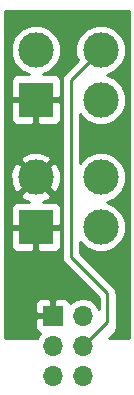
<source format=gbr>
G04 #@! TF.FileFunction,Copper,L2,Bot,Signal*
%FSLAX46Y46*%
G04 Gerber Fmt 4.6, Leading zero omitted, Abs format (unit mm)*
G04 Created by KiCad (PCBNEW 4.0.7) date Wed Jun  6 22:54:43 2018*
%MOMM*%
%LPD*%
G01*
G04 APERTURE LIST*
%ADD10C,0.100000*%
%ADD11R,3.000000X3.000000*%
%ADD12C,3.000000*%
%ADD13R,1.700000X1.700000*%
%ADD14O,1.700000X1.700000*%
%ADD15C,0.250000*%
%ADD16C,0.254000*%
G04 APERTURE END LIST*
D10*
D11*
X146900000Y-86360000D03*
D12*
X146900000Y-82160000D03*
X152400000Y-86360000D03*
X152400000Y-82160000D03*
D11*
X146900000Y-97155000D03*
D12*
X146900000Y-92955000D03*
X152400000Y-97155000D03*
X152400000Y-92955000D03*
D13*
X148336000Y-104648000D03*
D14*
X150876000Y-104648000D03*
X148336000Y-107188000D03*
X150876000Y-107188000D03*
X148336000Y-109728000D03*
X150876000Y-109728000D03*
D15*
X152908000Y-102743000D02*
X149860000Y-99695000D01*
X152908000Y-105156000D02*
X152908000Y-102743000D01*
X150876000Y-107188000D02*
X152908000Y-105156000D01*
X149860000Y-99695000D02*
X149860000Y-84700000D01*
X149860000Y-84700000D02*
X152400000Y-82160000D01*
D16*
G36*
X154813000Y-106553000D02*
X153106502Y-106553000D01*
X153572401Y-106087101D01*
X153737148Y-105840540D01*
X153765490Y-105698054D01*
X153795000Y-105549700D01*
X153795000Y-102870000D01*
X153737148Y-102579161D01*
X153572401Y-102332599D01*
X150620000Y-99380198D01*
X150620000Y-98393874D01*
X151189041Y-98963909D01*
X151973459Y-99289628D01*
X152822815Y-99290370D01*
X153607800Y-98966020D01*
X154208909Y-98365959D01*
X154534628Y-97581541D01*
X154535370Y-96732185D01*
X154211020Y-95947200D01*
X153610959Y-95346091D01*
X152909177Y-95054686D01*
X153607800Y-94766020D01*
X154208909Y-94165959D01*
X154534628Y-93381541D01*
X154535370Y-92532185D01*
X154211020Y-91747200D01*
X153610959Y-91146091D01*
X152826541Y-90820372D01*
X151977185Y-90819630D01*
X151192200Y-91143980D01*
X150620000Y-91715182D01*
X150620000Y-87598874D01*
X151189041Y-88168909D01*
X151973459Y-88494628D01*
X152822815Y-88495370D01*
X153607800Y-88171020D01*
X154208909Y-87570959D01*
X154534628Y-86786541D01*
X154535370Y-85937185D01*
X154211020Y-85152200D01*
X153610959Y-84551091D01*
X152909177Y-84259686D01*
X153607800Y-83971020D01*
X154208909Y-83370959D01*
X154534628Y-82586541D01*
X154535370Y-81737185D01*
X154211020Y-80952200D01*
X153610959Y-80351091D01*
X152826541Y-80025372D01*
X151977185Y-80024630D01*
X151192200Y-80348980D01*
X150591091Y-80949041D01*
X150265372Y-81733459D01*
X150264630Y-82582815D01*
X150451098Y-83034100D01*
X149322599Y-84162599D01*
X149157852Y-84409161D01*
X149100000Y-84700000D01*
X149100000Y-99695000D01*
X149157852Y-99985839D01*
X149322599Y-100232401D01*
X152275000Y-103184802D01*
X152275000Y-104076641D01*
X151955147Y-103597946D01*
X151473378Y-103276039D01*
X150905093Y-103163000D01*
X150846907Y-103163000D01*
X150278622Y-103276039D01*
X149796853Y-103597946D01*
X149792903Y-103603858D01*
X149724327Y-103438301D01*
X149545698Y-103259673D01*
X149312309Y-103163000D01*
X148621750Y-103163000D01*
X148463000Y-103321750D01*
X148463000Y-104521000D01*
X148483000Y-104521000D01*
X148483000Y-104775000D01*
X148463000Y-104775000D01*
X148463000Y-104795000D01*
X148209000Y-104795000D01*
X148209000Y-104775000D01*
X147009750Y-104775000D01*
X146851000Y-104933750D01*
X146851000Y-105624310D01*
X146947673Y-105857699D01*
X147126302Y-106036327D01*
X147300777Y-106108597D01*
X147256853Y-106137946D01*
X146979523Y-106553000D01*
X144272000Y-106553000D01*
X144272000Y-103671690D01*
X146851000Y-103671690D01*
X146851000Y-104362250D01*
X147009750Y-104521000D01*
X148209000Y-104521000D01*
X148209000Y-103321750D01*
X148050250Y-103163000D01*
X147359691Y-103163000D01*
X147126302Y-103259673D01*
X146947673Y-103438301D01*
X146851000Y-103671690D01*
X144272000Y-103671690D01*
X144272000Y-97440750D01*
X144765000Y-97440750D01*
X144765000Y-98781309D01*
X144861673Y-99014698D01*
X145040301Y-99193327D01*
X145273690Y-99290000D01*
X146614250Y-99290000D01*
X146773000Y-99131250D01*
X146773000Y-97282000D01*
X147027000Y-97282000D01*
X147027000Y-99131250D01*
X147185750Y-99290000D01*
X148526310Y-99290000D01*
X148759699Y-99193327D01*
X148938327Y-99014698D01*
X149035000Y-98781309D01*
X149035000Y-97440750D01*
X148876250Y-97282000D01*
X147027000Y-97282000D01*
X146773000Y-97282000D01*
X144923750Y-97282000D01*
X144765000Y-97440750D01*
X144272000Y-97440750D01*
X144272000Y-95528691D01*
X144765000Y-95528691D01*
X144765000Y-96869250D01*
X144923750Y-97028000D01*
X146773000Y-97028000D01*
X146773000Y-97008000D01*
X147027000Y-97008000D01*
X147027000Y-97028000D01*
X148876250Y-97028000D01*
X149035000Y-96869250D01*
X149035000Y-95528691D01*
X148938327Y-95295302D01*
X148759699Y-95116673D01*
X148526310Y-95020000D01*
X147513854Y-95020000D01*
X148074582Y-94787739D01*
X148234365Y-94468970D01*
X146900000Y-93134605D01*
X145565635Y-94468970D01*
X145725418Y-94787739D01*
X146317916Y-95020000D01*
X145273690Y-95020000D01*
X145040301Y-95116673D01*
X144861673Y-95295302D01*
X144765000Y-95528691D01*
X144272000Y-95528691D01*
X144272000Y-92571187D01*
X144757277Y-92571187D01*
X144773503Y-93420387D01*
X145067261Y-94129582D01*
X145386030Y-94289365D01*
X146720395Y-92955000D01*
X147079605Y-92955000D01*
X148413970Y-94289365D01*
X148732739Y-94129582D01*
X149042723Y-93338813D01*
X149026497Y-92489613D01*
X148732739Y-91780418D01*
X148413970Y-91620635D01*
X147079605Y-92955000D01*
X146720395Y-92955000D01*
X145386030Y-91620635D01*
X145067261Y-91780418D01*
X144757277Y-92571187D01*
X144272000Y-92571187D01*
X144272000Y-91441030D01*
X145565635Y-91441030D01*
X146900000Y-92775395D01*
X148234365Y-91441030D01*
X148074582Y-91122261D01*
X147283813Y-90812277D01*
X146434613Y-90828503D01*
X145725418Y-91122261D01*
X145565635Y-91441030D01*
X144272000Y-91441030D01*
X144272000Y-86645750D01*
X144765000Y-86645750D01*
X144765000Y-87986309D01*
X144861673Y-88219698D01*
X145040301Y-88398327D01*
X145273690Y-88495000D01*
X146614250Y-88495000D01*
X146773000Y-88336250D01*
X146773000Y-86487000D01*
X147027000Y-86487000D01*
X147027000Y-88336250D01*
X147185750Y-88495000D01*
X148526310Y-88495000D01*
X148759699Y-88398327D01*
X148938327Y-88219698D01*
X149035000Y-87986309D01*
X149035000Y-86645750D01*
X148876250Y-86487000D01*
X147027000Y-86487000D01*
X146773000Y-86487000D01*
X144923750Y-86487000D01*
X144765000Y-86645750D01*
X144272000Y-86645750D01*
X144272000Y-82582815D01*
X144764630Y-82582815D01*
X145088980Y-83367800D01*
X145689041Y-83968909D01*
X146305776Y-84225000D01*
X145273690Y-84225000D01*
X145040301Y-84321673D01*
X144861673Y-84500302D01*
X144765000Y-84733691D01*
X144765000Y-86074250D01*
X144923750Y-86233000D01*
X146773000Y-86233000D01*
X146773000Y-86213000D01*
X147027000Y-86213000D01*
X147027000Y-86233000D01*
X148876250Y-86233000D01*
X149035000Y-86074250D01*
X149035000Y-84733691D01*
X148938327Y-84500302D01*
X148759699Y-84321673D01*
X148526310Y-84225000D01*
X147493123Y-84225000D01*
X148107800Y-83971020D01*
X148708909Y-83370959D01*
X149034628Y-82586541D01*
X149035370Y-81737185D01*
X148711020Y-80952200D01*
X148110959Y-80351091D01*
X147326541Y-80025372D01*
X146477185Y-80024630D01*
X145692200Y-80348980D01*
X145091091Y-80949041D01*
X144765372Y-81733459D01*
X144764630Y-82582815D01*
X144272000Y-82582815D01*
X144272000Y-78867000D01*
X154813000Y-78867000D01*
X154813000Y-106553000D01*
X154813000Y-106553000D01*
G37*
X154813000Y-106553000D02*
X153106502Y-106553000D01*
X153572401Y-106087101D01*
X153737148Y-105840540D01*
X153765490Y-105698054D01*
X153795000Y-105549700D01*
X153795000Y-102870000D01*
X153737148Y-102579161D01*
X153572401Y-102332599D01*
X150620000Y-99380198D01*
X150620000Y-98393874D01*
X151189041Y-98963909D01*
X151973459Y-99289628D01*
X152822815Y-99290370D01*
X153607800Y-98966020D01*
X154208909Y-98365959D01*
X154534628Y-97581541D01*
X154535370Y-96732185D01*
X154211020Y-95947200D01*
X153610959Y-95346091D01*
X152909177Y-95054686D01*
X153607800Y-94766020D01*
X154208909Y-94165959D01*
X154534628Y-93381541D01*
X154535370Y-92532185D01*
X154211020Y-91747200D01*
X153610959Y-91146091D01*
X152826541Y-90820372D01*
X151977185Y-90819630D01*
X151192200Y-91143980D01*
X150620000Y-91715182D01*
X150620000Y-87598874D01*
X151189041Y-88168909D01*
X151973459Y-88494628D01*
X152822815Y-88495370D01*
X153607800Y-88171020D01*
X154208909Y-87570959D01*
X154534628Y-86786541D01*
X154535370Y-85937185D01*
X154211020Y-85152200D01*
X153610959Y-84551091D01*
X152909177Y-84259686D01*
X153607800Y-83971020D01*
X154208909Y-83370959D01*
X154534628Y-82586541D01*
X154535370Y-81737185D01*
X154211020Y-80952200D01*
X153610959Y-80351091D01*
X152826541Y-80025372D01*
X151977185Y-80024630D01*
X151192200Y-80348980D01*
X150591091Y-80949041D01*
X150265372Y-81733459D01*
X150264630Y-82582815D01*
X150451098Y-83034100D01*
X149322599Y-84162599D01*
X149157852Y-84409161D01*
X149100000Y-84700000D01*
X149100000Y-99695000D01*
X149157852Y-99985839D01*
X149322599Y-100232401D01*
X152275000Y-103184802D01*
X152275000Y-104076641D01*
X151955147Y-103597946D01*
X151473378Y-103276039D01*
X150905093Y-103163000D01*
X150846907Y-103163000D01*
X150278622Y-103276039D01*
X149796853Y-103597946D01*
X149792903Y-103603858D01*
X149724327Y-103438301D01*
X149545698Y-103259673D01*
X149312309Y-103163000D01*
X148621750Y-103163000D01*
X148463000Y-103321750D01*
X148463000Y-104521000D01*
X148483000Y-104521000D01*
X148483000Y-104775000D01*
X148463000Y-104775000D01*
X148463000Y-104795000D01*
X148209000Y-104795000D01*
X148209000Y-104775000D01*
X147009750Y-104775000D01*
X146851000Y-104933750D01*
X146851000Y-105624310D01*
X146947673Y-105857699D01*
X147126302Y-106036327D01*
X147300777Y-106108597D01*
X147256853Y-106137946D01*
X146979523Y-106553000D01*
X144272000Y-106553000D01*
X144272000Y-103671690D01*
X146851000Y-103671690D01*
X146851000Y-104362250D01*
X147009750Y-104521000D01*
X148209000Y-104521000D01*
X148209000Y-103321750D01*
X148050250Y-103163000D01*
X147359691Y-103163000D01*
X147126302Y-103259673D01*
X146947673Y-103438301D01*
X146851000Y-103671690D01*
X144272000Y-103671690D01*
X144272000Y-97440750D01*
X144765000Y-97440750D01*
X144765000Y-98781309D01*
X144861673Y-99014698D01*
X145040301Y-99193327D01*
X145273690Y-99290000D01*
X146614250Y-99290000D01*
X146773000Y-99131250D01*
X146773000Y-97282000D01*
X147027000Y-97282000D01*
X147027000Y-99131250D01*
X147185750Y-99290000D01*
X148526310Y-99290000D01*
X148759699Y-99193327D01*
X148938327Y-99014698D01*
X149035000Y-98781309D01*
X149035000Y-97440750D01*
X148876250Y-97282000D01*
X147027000Y-97282000D01*
X146773000Y-97282000D01*
X144923750Y-97282000D01*
X144765000Y-97440750D01*
X144272000Y-97440750D01*
X144272000Y-95528691D01*
X144765000Y-95528691D01*
X144765000Y-96869250D01*
X144923750Y-97028000D01*
X146773000Y-97028000D01*
X146773000Y-97008000D01*
X147027000Y-97008000D01*
X147027000Y-97028000D01*
X148876250Y-97028000D01*
X149035000Y-96869250D01*
X149035000Y-95528691D01*
X148938327Y-95295302D01*
X148759699Y-95116673D01*
X148526310Y-95020000D01*
X147513854Y-95020000D01*
X148074582Y-94787739D01*
X148234365Y-94468970D01*
X146900000Y-93134605D01*
X145565635Y-94468970D01*
X145725418Y-94787739D01*
X146317916Y-95020000D01*
X145273690Y-95020000D01*
X145040301Y-95116673D01*
X144861673Y-95295302D01*
X144765000Y-95528691D01*
X144272000Y-95528691D01*
X144272000Y-92571187D01*
X144757277Y-92571187D01*
X144773503Y-93420387D01*
X145067261Y-94129582D01*
X145386030Y-94289365D01*
X146720395Y-92955000D01*
X147079605Y-92955000D01*
X148413970Y-94289365D01*
X148732739Y-94129582D01*
X149042723Y-93338813D01*
X149026497Y-92489613D01*
X148732739Y-91780418D01*
X148413970Y-91620635D01*
X147079605Y-92955000D01*
X146720395Y-92955000D01*
X145386030Y-91620635D01*
X145067261Y-91780418D01*
X144757277Y-92571187D01*
X144272000Y-92571187D01*
X144272000Y-91441030D01*
X145565635Y-91441030D01*
X146900000Y-92775395D01*
X148234365Y-91441030D01*
X148074582Y-91122261D01*
X147283813Y-90812277D01*
X146434613Y-90828503D01*
X145725418Y-91122261D01*
X145565635Y-91441030D01*
X144272000Y-91441030D01*
X144272000Y-86645750D01*
X144765000Y-86645750D01*
X144765000Y-87986309D01*
X144861673Y-88219698D01*
X145040301Y-88398327D01*
X145273690Y-88495000D01*
X146614250Y-88495000D01*
X146773000Y-88336250D01*
X146773000Y-86487000D01*
X147027000Y-86487000D01*
X147027000Y-88336250D01*
X147185750Y-88495000D01*
X148526310Y-88495000D01*
X148759699Y-88398327D01*
X148938327Y-88219698D01*
X149035000Y-87986309D01*
X149035000Y-86645750D01*
X148876250Y-86487000D01*
X147027000Y-86487000D01*
X146773000Y-86487000D01*
X144923750Y-86487000D01*
X144765000Y-86645750D01*
X144272000Y-86645750D01*
X144272000Y-82582815D01*
X144764630Y-82582815D01*
X145088980Y-83367800D01*
X145689041Y-83968909D01*
X146305776Y-84225000D01*
X145273690Y-84225000D01*
X145040301Y-84321673D01*
X144861673Y-84500302D01*
X144765000Y-84733691D01*
X144765000Y-86074250D01*
X144923750Y-86233000D01*
X146773000Y-86233000D01*
X146773000Y-86213000D01*
X147027000Y-86213000D01*
X147027000Y-86233000D01*
X148876250Y-86233000D01*
X149035000Y-86074250D01*
X149035000Y-84733691D01*
X148938327Y-84500302D01*
X148759699Y-84321673D01*
X148526310Y-84225000D01*
X147493123Y-84225000D01*
X148107800Y-83971020D01*
X148708909Y-83370959D01*
X149034628Y-82586541D01*
X149035370Y-81737185D01*
X148711020Y-80952200D01*
X148110959Y-80351091D01*
X147326541Y-80025372D01*
X146477185Y-80024630D01*
X145692200Y-80348980D01*
X145091091Y-80949041D01*
X144765372Y-81733459D01*
X144764630Y-82582815D01*
X144272000Y-82582815D01*
X144272000Y-78867000D01*
X154813000Y-78867000D01*
X154813000Y-106553000D01*
M02*

</source>
